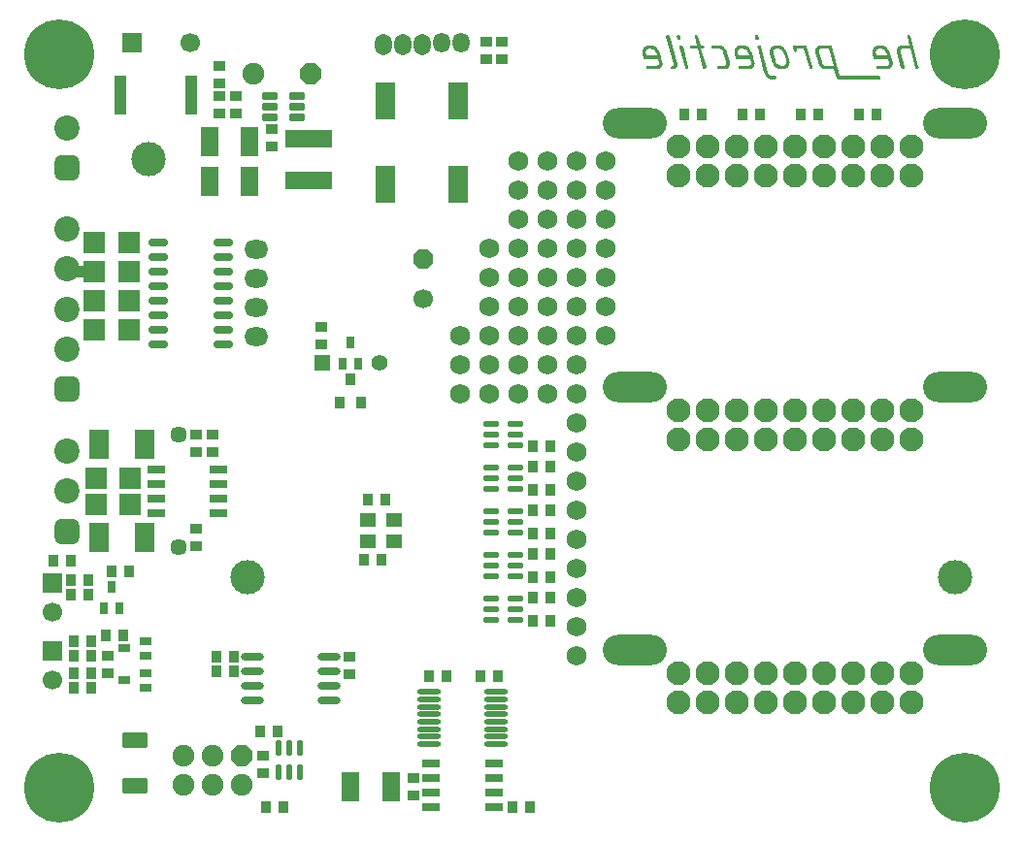
<source format=gbs>
G04*
G04 #@! TF.GenerationSoftware,Altium Limited,Altium Designer,19.1.6 (110)*
G04*
G04 Layer_Color=16711935*
%FSLAX44Y44*%
%MOMM*%
G71*
G01*
G75*
%ADD34C,3.0000*%
G04:AMPARAMS|DCode=35|XSize=0.9mm|YSize=1.1mm|CornerRadius=0.15mm|HoleSize=0mm|Usage=FLASHONLY|Rotation=270.000|XOffset=0mm|YOffset=0mm|HoleType=Round|Shape=RoundedRectangle|*
%AMROUNDEDRECTD35*
21,1,0.9000,0.8000,0,0,270.0*
21,1,0.6000,1.1000,0,0,270.0*
1,1,0.3000,-0.4000,-0.3000*
1,1,0.3000,-0.4000,0.3000*
1,1,0.3000,0.4000,0.3000*
1,1,0.3000,0.4000,-0.3000*
%
%ADD35ROUNDEDRECTD35*%
G04:AMPARAMS|DCode=37|XSize=0.9mm|YSize=1.1mm|CornerRadius=0.15mm|HoleSize=0mm|Usage=FLASHONLY|Rotation=0.000|XOffset=0mm|YOffset=0mm|HoleType=Round|Shape=RoundedRectangle|*
%AMROUNDEDRECTD37*
21,1,0.9000,0.8000,0,0,0.0*
21,1,0.6000,1.1000,0,0,0.0*
1,1,0.3000,0.3000,-0.4000*
1,1,0.3000,-0.3000,-0.4000*
1,1,0.3000,-0.3000,0.4000*
1,1,0.3000,0.3000,0.4000*
%
%ADD37ROUNDEDRECTD37*%
%ADD47R,1.5000X2.5000*%
%ADD48C,2.1000*%
%ADD49O,5.6000X2.6400*%
%ADD50C,1.7510*%
%ADD51O,2.1000X1.6240*%
%ADD52C,1.9000*%
%ADD53P,2.0566X8X202.5*%
G04:AMPARAMS|DCode=54|XSize=2.2mm|YSize=2.2mm|CornerRadius=0.575mm|HoleSize=0mm|Usage=FLASHONLY|Rotation=90.000|XOffset=0mm|YOffset=0mm|HoleType=Round|Shape=RoundedRectangle|*
%AMROUNDEDRECTD54*
21,1,2.2000,1.0500,0,0,90.0*
21,1,1.0500,2.2000,0,0,90.0*
1,1,1.1500,0.5250,0.5250*
1,1,1.1500,0.5250,-0.5250*
1,1,1.1500,-0.5250,-0.5250*
1,1,1.1500,-0.5250,0.5250*
%
%ADD54ROUNDEDRECTD54*%
%ADD55C,2.2000*%
%ADD56C,1.7000*%
%ADD57R,1.7000X1.7000*%
%ADD58R,1.4000X1.4000*%
%ADD59C,1.4000*%
%ADD60C,1.4500*%
%ADD61O,1.4970X1.8780*%
%ADD62O,1.5000X1.7510*%
%ADD63P,1.8401X8X292.5*%
%ADD64C,0.8000*%
%ADD65C,6.1000*%
%ADD69C,1.0000*%
G04:AMPARAMS|DCode=105|XSize=1.55mm|YSize=0.6mm|CornerRadius=0.051mm|HoleSize=0mm|Usage=FLASHONLY|Rotation=180.000|XOffset=0mm|YOffset=0mm|HoleType=Round|Shape=RoundedRectangle|*
%AMROUNDEDRECTD105*
21,1,1.5500,0.4980,0,0,180.0*
21,1,1.4480,0.6000,0,0,180.0*
1,1,0.1020,-0.7240,0.2490*
1,1,0.1020,0.7240,0.2490*
1,1,0.1020,0.7240,-0.2490*
1,1,0.1020,-0.7240,-0.2490*
%
%ADD105ROUNDEDRECTD105*%
%ADD114O,1.4500X0.5500*%
G04:AMPARAMS|DCode=115|XSize=0.7mm|YSize=1.55mm|CornerRadius=0.101mm|HoleSize=0mm|Usage=FLASHONLY|Rotation=270.000|XOffset=0mm|YOffset=0mm|HoleType=Round|Shape=RoundedRectangle|*
%AMROUNDEDRECTD115*
21,1,0.7000,1.3480,0,0,270.0*
21,1,0.4980,1.5500,0,0,270.0*
1,1,0.2020,-0.6740,-0.2490*
1,1,0.2020,-0.6740,0.2490*
1,1,0.2020,0.6740,0.2490*
1,1,0.2020,0.6740,-0.2490*
%
%ADD115ROUNDEDRECTD115*%
%ADD116O,2.1000X0.4500*%
%ADD117O,2.0000X0.7000*%
G04:AMPARAMS|DCode=118|XSize=1.37mm|YSize=2.2mm|CornerRadius=0.2088mm|HoleSize=0mm|Usage=FLASHONLY|Rotation=90.000|XOffset=0mm|YOffset=0mm|HoleType=Round|Shape=RoundedRectangle|*
%AMROUNDEDRECTD118*
21,1,1.3700,1.7825,0,0,90.0*
21,1,0.9525,2.2000,0,0,90.0*
1,1,0.4175,0.8913,0.4763*
1,1,0.4175,0.8913,-0.4763*
1,1,0.4175,-0.8913,-0.4763*
1,1,0.4175,-0.8913,0.4763*
%
%ADD118ROUNDEDRECTD118*%
G04:AMPARAMS|DCode=119|XSize=1.4mm|YSize=1.2mm|CornerRadius=0.105mm|HoleSize=0mm|Usage=FLASHONLY|Rotation=0.000|XOffset=0mm|YOffset=0mm|HoleType=Round|Shape=RoundedRectangle|*
%AMROUNDEDRECTD119*
21,1,1.4000,0.9900,0,0,0.0*
21,1,1.1900,1.2000,0,0,0.0*
1,1,0.2100,0.5950,-0.4950*
1,1,0.2100,-0.5950,-0.4950*
1,1,0.2100,-0.5950,0.4950*
1,1,0.2100,0.5950,0.4950*
%
%ADD119ROUNDEDRECTD119*%
%ADD120R,0.8000X1.0000*%
%ADD121O,0.5500X1.4500*%
%ADD122R,0.9000X1.0000*%
%ADD123R,1.9000X1.9400*%
%ADD124O,1.7500X0.7500*%
%ADD125R,1.0000X0.8000*%
%ADD126R,1.8000X2.6000*%
%ADD127R,4.1000X1.6000*%
G04:AMPARAMS|DCode=128|XSize=0.7mm|YSize=1.3mm|CornerRadius=0.125mm|HoleSize=0mm|Usage=FLASHONLY|Rotation=90.000|XOffset=0mm|YOffset=0mm|HoleType=Round|Shape=RoundedRectangle|*
%AMROUNDEDRECTD128*
21,1,0.7000,1.0500,0,0,90.0*
21,1,0.4500,1.3000,0,0,90.0*
1,1,0.2500,0.5250,0.2250*
1,1,0.2500,0.5250,-0.2250*
1,1,0.2500,-0.5250,-0.2250*
1,1,0.2500,-0.5250,0.2250*
%
%ADD128ROUNDEDRECTD128*%
%ADD129R,1.1000X3.4000*%
%ADD130R,1.8200X3.3000*%
G36*
X868831Y1227414D02*
X869160Y1227273D01*
X869395Y1227085D01*
X869583Y1226897D01*
X869724Y1226708D01*
X869818Y1226520D01*
X869865Y1226379D01*
Y1226332D01*
X870289Y1224875D01*
X870336Y1224593D01*
Y1224499D01*
Y1224452D01*
X870289Y1223934D01*
X870101Y1223605D01*
X869865Y1223323D01*
X869583Y1223135D01*
X869301Y1223041D01*
X869066Y1222994D01*
X868878Y1222947D01*
X868831D01*
X868455Y1222994D01*
X868126Y1223135D01*
X867891Y1223323D01*
X867703Y1223511D01*
X867562Y1223699D01*
X867468Y1223887D01*
X867421Y1224028D01*
Y1224076D01*
X866998Y1225533D01*
X866951Y1225815D01*
Y1225909D01*
Y1225956D01*
X866998Y1226473D01*
X867186Y1226850D01*
X867421Y1227085D01*
X867703Y1227273D01*
X867985Y1227367D01*
X868220Y1227461D01*
X868455D01*
X868831Y1227414D01*
D02*
G37*
G36*
X800894D02*
X801223Y1227273D01*
X801458Y1227085D01*
X801646Y1226897D01*
X801787Y1226708D01*
X801881Y1226520D01*
X801928Y1226379D01*
Y1226332D01*
X802351Y1224875D01*
X802398Y1224593D01*
Y1224499D01*
Y1224452D01*
X802351Y1223934D01*
X802163Y1223605D01*
X801928Y1223323D01*
X801646Y1223135D01*
X801364Y1223041D01*
X801129Y1222994D01*
X800941Y1222947D01*
X800894D01*
X800518Y1222994D01*
X800236Y1223135D01*
X799954Y1223323D01*
X799765Y1223511D01*
X799624Y1223699D01*
X799530Y1223887D01*
X799483Y1224028D01*
Y1224076D01*
X799060Y1225533D01*
X799013Y1225815D01*
Y1225909D01*
Y1225956D01*
X799060Y1226473D01*
X799248Y1226850D01*
X799483Y1227085D01*
X799765Y1227273D01*
X800048Y1227367D01*
X800283Y1227461D01*
X800518D01*
X800894Y1227414D01*
D02*
G37*
G36*
X1001650Y1227414D02*
X1001979Y1227273D01*
X1002214Y1227085D01*
X1002402Y1226897D01*
X1002543Y1226708D01*
X1002637Y1226520D01*
X1002684Y1226379D01*
Y1226332D01*
X1009877Y1199533D01*
X1009971Y1199204D01*
Y1199110D01*
Y1199063D01*
X1009877Y1198687D01*
X1009736Y1198358D01*
X1009595Y1198170D01*
X1009501Y1198076D01*
X1009125Y1197841D01*
X1008796Y1197700D01*
X1008514Y1197653D01*
X1008420D01*
X1008044Y1197700D01*
X1007762Y1197841D01*
X1007480Y1197982D01*
X1007291Y1198217D01*
X1007150Y1198405D01*
X1007056Y1198546D01*
X1007009Y1198687D01*
Y1198734D01*
X1002496Y1215566D01*
X995914D01*
X995538Y1215472D01*
X995209Y1215378D01*
X994927Y1215284D01*
X994503Y1214955D01*
X994174Y1214625D01*
X994033Y1214249D01*
X993939Y1213920D01*
X993892Y1213732D01*
Y1213638D01*
X993939Y1213262D01*
X993986Y1212933D01*
X994033Y1212651D01*
X994080Y1212604D01*
Y1212557D01*
X997559Y1199533D01*
X997606Y1199204D01*
Y1199110D01*
Y1199063D01*
X997559Y1198687D01*
X997371Y1198358D01*
X997230Y1198170D01*
X997183Y1198076D01*
X996807Y1197841D01*
X996478Y1197700D01*
X996196Y1197653D01*
X996102D01*
X995726Y1197700D01*
X995444Y1197841D01*
X995162Y1197982D01*
X994974Y1198217D01*
X994832Y1198405D01*
X994738Y1198546D01*
X994691Y1198687D01*
Y1198734D01*
X990977Y1212557D01*
X990883Y1212980D01*
X990789Y1213403D01*
Y1213685D01*
Y1213732D01*
Y1213779D01*
X990836Y1214484D01*
X991024Y1215143D01*
X991212Y1215707D01*
X991494Y1216177D01*
X991729Y1216600D01*
X991964Y1216882D01*
X992152Y1217070D01*
X992200Y1217117D01*
X992717Y1217588D01*
X993281Y1217917D01*
X993845Y1218199D01*
X994362Y1218340D01*
X994832Y1218434D01*
X995209Y1218528D01*
X1001697D01*
X999816Y1225533D01*
X999769Y1225815D01*
Y1225909D01*
Y1225956D01*
X999816Y1226473D01*
X1000004Y1226850D01*
X1000239Y1227085D01*
X1000521Y1227273D01*
X1000803Y1227367D01*
X1001039Y1227461D01*
X1001273D01*
X1001650Y1227414D01*
D02*
G37*
G36*
X976872Y1218434D02*
X977578Y1218387D01*
X978189Y1218246D01*
X978753Y1218105D01*
X979270Y1217964D01*
X979788Y1217822D01*
X980211Y1217682D01*
X980587Y1217493D01*
X980916Y1217352D01*
X981198Y1217211D01*
X981433Y1217070D01*
X981621Y1216929D01*
X981762Y1216882D01*
X981809Y1216788D01*
X981856D01*
X982279Y1216459D01*
X982655Y1216036D01*
X983314Y1215143D01*
X983878Y1214202D01*
X984348Y1213262D01*
X984677Y1212416D01*
X984818Y1212040D01*
X984959Y1211711D01*
X985053Y1211428D01*
X985100Y1211240D01*
X985147Y1211099D01*
Y1211052D01*
X987169Y1203577D01*
X987263Y1203154D01*
X987310Y1202778D01*
Y1202449D01*
Y1202402D01*
Y1202355D01*
X987263Y1201649D01*
X987075Y1201038D01*
X986887Y1200474D01*
X986605Y1199957D01*
X986370Y1199581D01*
X986135Y1199251D01*
X985993Y1199063D01*
X985947Y1199016D01*
X985382Y1198546D01*
X984818Y1198217D01*
X984254Y1197982D01*
X983737Y1197841D01*
X983314Y1197747D01*
X982937Y1197653D01*
X974475D01*
X974005Y1197700D01*
X973628Y1197888D01*
X973393Y1198123D01*
X973205Y1198405D01*
X973111Y1198640D01*
X973017Y1198875D01*
Y1199063D01*
Y1199110D01*
X973064Y1199628D01*
X973252Y1200004D01*
X973487Y1200239D01*
X973723Y1200427D01*
X974005Y1200521D01*
X974240Y1200615D01*
X982232D01*
X982608Y1200709D01*
X982937Y1200803D01*
X983173Y1200897D01*
X983643Y1201226D01*
X983925Y1201555D01*
X984066Y1201884D01*
X984160Y1202213D01*
X984207Y1202402D01*
Y1202495D01*
X984160Y1202872D01*
X984113Y1203248D01*
X984066Y1203483D01*
Y1203530D01*
Y1203577D01*
X983267Y1206586D01*
X970949D01*
X969726Y1211052D01*
X969632Y1211617D01*
X969538Y1212134D01*
Y1212322D01*
Y1212510D01*
Y1212604D01*
Y1212651D01*
X969632Y1213497D01*
X969679Y1213920D01*
X969773Y1214249D01*
X969867Y1214531D01*
X969914Y1214766D01*
X970008Y1214908D01*
Y1214955D01*
X970290Y1215566D01*
X970667Y1216130D01*
X971043Y1216600D01*
X971466Y1217023D01*
X971889Y1217352D01*
X972359Y1217635D01*
X972829Y1217917D01*
X973252Y1218105D01*
X974099Y1218340D01*
X974475Y1218434D01*
X974757Y1218481D01*
X975039Y1218528D01*
X975415D01*
X976872Y1218434D01*
D02*
G37*
G36*
X911380Y1218481D02*
X911709Y1218340D01*
X911944Y1218152D01*
X912132Y1217964D01*
X912273Y1217729D01*
X912367Y1217540D01*
X912414Y1217399D01*
Y1217352D01*
X917210Y1199533D01*
X917304Y1199204D01*
Y1199110D01*
Y1199063D01*
X917210Y1198687D01*
X917069Y1198358D01*
X916928Y1198170D01*
X916834Y1198076D01*
X916458Y1197841D01*
X916129Y1197700D01*
X915847Y1197653D01*
X915752D01*
X915376Y1197700D01*
X915094Y1197841D01*
X914812Y1197982D01*
X914624Y1198217D01*
X914483Y1198405D01*
X914389Y1198546D01*
X914342Y1198687D01*
Y1198734D01*
X909829Y1215566D01*
X903670D01*
X903952Y1214437D01*
X904046Y1214155D01*
Y1214061D01*
Y1214014D01*
X903952Y1213638D01*
X903811Y1213309D01*
X903670Y1213074D01*
X903576Y1212980D01*
X903199Y1212745D01*
X902823Y1212604D01*
X902588Y1212557D01*
X902494D01*
X902118Y1212604D01*
X901836Y1212745D01*
X901554Y1212933D01*
X901366Y1213121D01*
X901225Y1213309D01*
X901131Y1213497D01*
X901084Y1213638D01*
Y1213685D01*
X900285Y1216647D01*
X900237Y1216929D01*
Y1216976D01*
Y1217023D01*
X900285Y1217540D01*
X900472Y1217916D01*
X900708Y1218152D01*
X900990Y1218340D01*
X901272Y1218434D01*
X901507Y1218528D01*
X911004D01*
X911380Y1218481D01*
D02*
G37*
G36*
X887308Y1218434D02*
X888013Y1218387D01*
X888625Y1218246D01*
X889189Y1218105D01*
X889706Y1217964D01*
X890223Y1217822D01*
X890646Y1217682D01*
X891022Y1217493D01*
X891351Y1217352D01*
X891634Y1217211D01*
X891869Y1217070D01*
X892057Y1216929D01*
X892198Y1216882D01*
X892245Y1216788D01*
X892292D01*
X892715Y1216459D01*
X893091Y1216036D01*
X893749Y1215143D01*
X894314Y1214202D01*
X894784Y1213262D01*
X895113Y1212416D01*
X895254Y1212040D01*
X895395Y1211711D01*
X895489Y1211428D01*
X895536Y1211240D01*
X895583Y1211099D01*
Y1211052D01*
X897181Y1205081D01*
X897275Y1204517D01*
X897322Y1204000D01*
X897370Y1203765D01*
Y1203577D01*
Y1203483D01*
Y1203436D01*
X897275Y1202542D01*
X897087Y1201743D01*
X896852Y1201038D01*
X896523Y1200474D01*
X896194Y1199957D01*
X895959Y1199581D01*
X895771Y1199392D01*
X895677Y1199298D01*
X895019Y1198734D01*
X894314Y1198358D01*
X893608Y1198076D01*
X892950Y1197841D01*
X892386Y1197747D01*
X891916Y1197700D01*
X891728Y1197653D01*
X891493D01*
X890458Y1197700D01*
X889565Y1197747D01*
X888766Y1197888D01*
X888108Y1198029D01*
X887543Y1198123D01*
X887167Y1198264D01*
X886932Y1198311D01*
X886838Y1198358D01*
X886180Y1198687D01*
X885569Y1199063D01*
X885005Y1199533D01*
X884487Y1200051D01*
X884017Y1200568D01*
X883641Y1201132D01*
X882936Y1202307D01*
X882419Y1203342D01*
X882184Y1203812D01*
X882042Y1204235D01*
X881901Y1204611D01*
X881807Y1204846D01*
X881760Y1205034D01*
Y1205081D01*
X880162Y1211052D01*
X880068Y1211617D01*
X879974Y1212181D01*
Y1212369D01*
Y1212557D01*
Y1212651D01*
Y1212698D01*
X880068Y1213544D01*
X880115Y1213920D01*
X880209Y1214249D01*
X880303Y1214531D01*
X880350Y1214766D01*
X880444Y1214908D01*
Y1214955D01*
X880726Y1215566D01*
X881102Y1216130D01*
X881478Y1216600D01*
X881901Y1217023D01*
X882325Y1217352D01*
X882795Y1217634D01*
X883265Y1217916D01*
X883688Y1218105D01*
X884534Y1218340D01*
X884910Y1218434D01*
X885192Y1218481D01*
X885475Y1218528D01*
X885851D01*
X887308Y1218434D01*
D02*
G37*
G36*
X856419D02*
X857124Y1218387D01*
X857736Y1218246D01*
X858300Y1218105D01*
X858817Y1217964D01*
X859334Y1217822D01*
X859757Y1217682D01*
X860133Y1217493D01*
X860462Y1217352D01*
X860744Y1217211D01*
X860980Y1217070D01*
X861168Y1216929D01*
X861309Y1216882D01*
X861356Y1216788D01*
X861403D01*
X861826Y1216459D01*
X862202Y1216036D01*
X862860Y1215143D01*
X863424Y1214202D01*
X863895Y1213262D01*
X864224Y1212416D01*
X864365Y1212040D01*
X864506Y1211711D01*
X864600Y1211428D01*
X864647Y1211240D01*
X864694Y1211099D01*
Y1211052D01*
X866715Y1203577D01*
X866809Y1203154D01*
X866857Y1202778D01*
Y1202449D01*
Y1202402D01*
Y1202354D01*
X866809Y1201649D01*
X866621Y1201038D01*
X866433Y1200474D01*
X866151Y1199957D01*
X865916Y1199581D01*
X865681Y1199251D01*
X865540Y1199063D01*
X865493Y1199016D01*
X864929Y1198546D01*
X864365Y1198217D01*
X863801Y1197982D01*
X863283Y1197841D01*
X862860Y1197747D01*
X862484Y1197653D01*
X854021D01*
X853551Y1197700D01*
X853175Y1197888D01*
X852940Y1198123D01*
X852752Y1198405D01*
X852658Y1198640D01*
X852564Y1198875D01*
Y1199063D01*
Y1199110D01*
X852611Y1199628D01*
X852799Y1200004D01*
X853034Y1200239D01*
X853269Y1200427D01*
X853551Y1200521D01*
X853786Y1200615D01*
X861779D01*
X862155Y1200709D01*
X862484Y1200803D01*
X862719Y1200897D01*
X863189Y1201226D01*
X863471Y1201555D01*
X863612Y1201884D01*
X863707Y1202213D01*
X863754Y1202402D01*
Y1202495D01*
X863707Y1202872D01*
X863660Y1203248D01*
X863612Y1203483D01*
Y1203530D01*
Y1203577D01*
X862813Y1206586D01*
X850495D01*
X849273Y1211052D01*
X849179Y1211617D01*
X849085Y1212134D01*
Y1212322D01*
Y1212510D01*
Y1212604D01*
Y1212651D01*
X849179Y1213497D01*
X849226Y1213920D01*
X849320Y1214249D01*
X849414Y1214531D01*
X849461Y1214766D01*
X849555Y1214908D01*
Y1214955D01*
X849837Y1215566D01*
X850213Y1216130D01*
X850589Y1216600D01*
X851012Y1217023D01*
X851435Y1217352D01*
X851906Y1217634D01*
X852376Y1217916D01*
X852799Y1218105D01*
X853645Y1218340D01*
X854021Y1218434D01*
X854303Y1218481D01*
X854585Y1218528D01*
X854962D01*
X856419Y1218434D01*
D02*
G37*
G36*
X835732Y1218481D02*
X836438Y1218434D01*
X837096Y1218340D01*
X837613Y1218246D01*
X838036Y1218105D01*
X838365Y1218011D01*
X838600Y1217964D01*
X838647Y1217916D01*
X839164Y1217682D01*
X839635Y1217352D01*
X840105Y1216976D01*
X840528Y1216600D01*
X841186Y1215707D01*
X841750Y1214814D01*
X842173Y1213967D01*
X842362Y1213544D01*
X842456Y1213215D01*
X842550Y1212933D01*
X842644Y1212745D01*
X842691Y1212604D01*
Y1212557D01*
X845088Y1203577D01*
X845182Y1203154D01*
X845229Y1202778D01*
Y1202449D01*
Y1202402D01*
Y1202354D01*
X845182Y1201649D01*
X844994Y1201038D01*
X844806Y1200474D01*
X844524Y1199957D01*
X844289Y1199581D01*
X844054Y1199251D01*
X843913Y1199063D01*
X843866Y1199016D01*
X843302Y1198546D01*
X842738Y1198217D01*
X842173Y1197982D01*
X841656Y1197841D01*
X841233Y1197747D01*
X840857Y1197653D01*
X835497D01*
X834980Y1197700D01*
X834604Y1197888D01*
X834369Y1198123D01*
X834181Y1198405D01*
X834087Y1198640D01*
X833993Y1198875D01*
Y1199063D01*
Y1199110D01*
X834040Y1199628D01*
X834228Y1200004D01*
X834463Y1200239D01*
X834745Y1200427D01*
X835027Y1200521D01*
X835262Y1200615D01*
X839729D01*
X840152Y1200662D01*
X840528Y1200709D01*
X840857Y1200803D01*
X841139Y1200944D01*
X841562Y1201273D01*
X841844Y1201649D01*
X842032Y1201978D01*
X842126Y1202307D01*
X842173Y1202542D01*
Y1202636D01*
X842126Y1202919D01*
X842079Y1203201D01*
X842032Y1203483D01*
X841985Y1203530D01*
Y1203577D01*
X839588Y1212557D01*
X839399Y1213074D01*
X839212Y1213544D01*
X838929Y1213967D01*
X838647Y1214296D01*
X838365Y1214578D01*
X838036Y1214814D01*
X837331Y1215190D01*
X836720Y1215425D01*
X836202Y1215519D01*
X835967Y1215566D01*
X830655D01*
X830184Y1215613D01*
X829808Y1215801D01*
X829573Y1216036D01*
X829385Y1216318D01*
X829291Y1216553D01*
X829197Y1216788D01*
Y1216976D01*
Y1217023D01*
X829244Y1217540D01*
X829432Y1217916D01*
X829667Y1218152D01*
X829902Y1218340D01*
X830184Y1218434D01*
X830420Y1218528D01*
X834933D01*
X835732Y1218481D01*
D02*
G37*
G36*
X816315Y1227414D02*
X816644Y1227273D01*
X816879Y1227085D01*
X817067Y1226897D01*
X817208Y1226708D01*
X817302Y1226520D01*
X817396Y1226379D01*
Y1226332D01*
X819465Y1218528D01*
X821440D01*
X821910Y1218481D01*
X822286Y1218293D01*
X822521Y1218058D01*
X822709Y1217775D01*
X822803Y1217493D01*
X822850Y1217258D01*
X822897Y1217070D01*
Y1217023D01*
X822850Y1216553D01*
X822662Y1216177D01*
X822427Y1215942D01*
X822145Y1215754D01*
X821910Y1215660D01*
X821675Y1215613D01*
X821487Y1215566D01*
X820264D01*
X824543Y1199533D01*
X824637Y1199204D01*
Y1199110D01*
Y1199063D01*
X824543Y1198687D01*
X824402Y1198358D01*
X824261Y1198170D01*
X824166Y1198076D01*
X823790Y1197841D01*
X823461Y1197700D01*
X823226Y1197653D01*
X823132D01*
X822756Y1197700D01*
X822427Y1197841D01*
X822192Y1197982D01*
X821957Y1198217D01*
X821816Y1198405D01*
X821722Y1198546D01*
X821675Y1198687D01*
Y1198734D01*
X817208Y1215566D01*
X812178D01*
X811660Y1215613D01*
X811284Y1215801D01*
X811049Y1216036D01*
X810861Y1216318D01*
X810767Y1216553D01*
X810673Y1216788D01*
Y1216976D01*
Y1217023D01*
X810720Y1217540D01*
X810908Y1217916D01*
X811143Y1218152D01*
X811425Y1218340D01*
X811707Y1218434D01*
X811943Y1218528D01*
X816409D01*
X814528Y1225533D01*
X814481Y1225815D01*
Y1225909D01*
Y1225956D01*
X814528Y1226473D01*
X814716Y1226850D01*
X814951Y1227085D01*
X815187Y1227273D01*
X815469Y1227367D01*
X815704Y1227461D01*
X815939D01*
X816315Y1227414D01*
D02*
G37*
G36*
X803339Y1218434D02*
X803668Y1218293D01*
X803903Y1218152D01*
X804091Y1217964D01*
X804232Y1217729D01*
X804326Y1217587D01*
X804373Y1217446D01*
Y1217399D01*
X809169Y1199533D01*
X809216Y1199204D01*
Y1199110D01*
Y1199063D01*
X809122Y1198687D01*
X808981Y1198358D01*
X808839Y1198170D01*
X808745Y1198076D01*
X808369Y1197841D01*
X808040Y1197700D01*
X807805Y1197653D01*
X807711D01*
X807288Y1197700D01*
X807006Y1197841D01*
X806724Y1197982D01*
X806536Y1198217D01*
X806395Y1198405D01*
X806301Y1198546D01*
X806254Y1198687D01*
Y1198734D01*
X801458Y1216600D01*
X801411Y1216741D01*
Y1216882D01*
Y1216976D01*
Y1217023D01*
X801505Y1217446D01*
X801646Y1217775D01*
X801787Y1217964D01*
X801881Y1218058D01*
X802257Y1218293D01*
X802587Y1218434D01*
X802868Y1218481D01*
X802963D01*
X803339Y1218434D01*
D02*
G37*
G36*
X791632Y1227414D02*
X791961Y1227273D01*
X792196Y1227085D01*
X792384Y1226897D01*
X792525Y1226708D01*
X792619Y1226520D01*
X792666Y1226379D01*
Y1226332D01*
X799201Y1202119D01*
X799295Y1201790D01*
X799342Y1201461D01*
Y1201273D01*
Y1201179D01*
X799295Y1200662D01*
X799154Y1200145D01*
X798966Y1199722D01*
X798731Y1199345D01*
X798543Y1199063D01*
X798355Y1198828D01*
X798214Y1198687D01*
X798167Y1198640D01*
X797697Y1198311D01*
X797227Y1198076D01*
X796757Y1197888D01*
X796286Y1197794D01*
X795910Y1197700D01*
X795628Y1197653D01*
X795346D01*
X794829Y1197700D01*
X794453Y1197888D01*
X794218Y1198123D01*
X794030Y1198405D01*
X793936Y1198640D01*
X793842Y1198875D01*
Y1199063D01*
Y1199110D01*
X793889Y1199628D01*
X794077Y1200004D01*
X794312Y1200239D01*
X794594Y1200427D01*
X794876Y1200521D01*
X795111Y1200615D01*
X795346D01*
X795628Y1200662D01*
X795816Y1200756D01*
X796004Y1200850D01*
X796098Y1201038D01*
X796192Y1201273D01*
Y1201367D01*
Y1201414D01*
Y1201649D01*
X796145Y1201884D01*
X796098Y1202072D01*
Y1202119D01*
X789798Y1225533D01*
X789751Y1225815D01*
Y1225909D01*
Y1225956D01*
X789798Y1226473D01*
X789986Y1226849D01*
X790221Y1227085D01*
X790503Y1227273D01*
X790786Y1227367D01*
X791021Y1227461D01*
X791256D01*
X791632Y1227414D01*
D02*
G37*
G36*
X776117Y1218434D02*
X776822Y1218387D01*
X777433Y1218246D01*
X777997Y1218105D01*
X778515Y1217963D01*
X779032Y1217822D01*
X779455Y1217681D01*
X779831Y1217493D01*
X780160Y1217352D01*
X780442Y1217211D01*
X780677Y1217070D01*
X780865Y1216929D01*
X781006Y1216882D01*
X781053Y1216788D01*
X781100D01*
X781524Y1216459D01*
X781900Y1216036D01*
X782558Y1215143D01*
X783122Y1214202D01*
X783592Y1213262D01*
X783921Y1212416D01*
X784062Y1212040D01*
X784203Y1211711D01*
X784297Y1211428D01*
X784344Y1211240D01*
X784391Y1211099D01*
Y1211052D01*
X786413Y1203577D01*
X786507Y1203154D01*
X786554Y1202778D01*
Y1202448D01*
Y1202401D01*
Y1202354D01*
X786507Y1201649D01*
X786319Y1201038D01*
X786131Y1200474D01*
X785849Y1199957D01*
X785614Y1199581D01*
X785379Y1199251D01*
X785238Y1199063D01*
X785191Y1199016D01*
X784627Y1198546D01*
X784062Y1198217D01*
X783498Y1197982D01*
X782981Y1197841D01*
X782558Y1197747D01*
X782182Y1197653D01*
X773719D01*
X773249Y1197700D01*
X772873Y1197888D01*
X772638Y1198123D01*
X772450Y1198405D01*
X772356Y1198640D01*
X772262Y1198875D01*
Y1199063D01*
Y1199110D01*
X772309Y1199628D01*
X772497Y1200004D01*
X772732Y1200239D01*
X772967Y1200427D01*
X773249Y1200521D01*
X773484Y1200615D01*
X781477D01*
X781853Y1200709D01*
X782182Y1200803D01*
X782417Y1200897D01*
X782887Y1201226D01*
X783169Y1201555D01*
X783310Y1201884D01*
X783404Y1202213D01*
X783451Y1202401D01*
Y1202495D01*
X783404Y1202872D01*
X783357Y1203248D01*
X783310Y1203483D01*
Y1203530D01*
Y1203577D01*
X782511Y1206586D01*
X770193D01*
X768970Y1211052D01*
X768876Y1211616D01*
X768782Y1212134D01*
Y1212322D01*
Y1212510D01*
Y1212604D01*
Y1212651D01*
X768876Y1213497D01*
X768923Y1213920D01*
X769017Y1214249D01*
X769111Y1214531D01*
X769158Y1214766D01*
X769252Y1214908D01*
Y1214955D01*
X769535Y1215566D01*
X769911Y1216130D01*
X770287Y1216600D01*
X770710Y1217023D01*
X771133Y1217352D01*
X771603Y1217634D01*
X772074Y1217916D01*
X772497Y1218105D01*
X773343Y1218340D01*
X773719Y1218434D01*
X774001Y1218481D01*
X774283Y1218528D01*
X774659D01*
X776117Y1218434D01*
D02*
G37*
G36*
X933007Y1218481D02*
X933336Y1218340D01*
X933571Y1218152D01*
X933759Y1217964D01*
X933901Y1217729D01*
X933995Y1217540D01*
X934042Y1217399D01*
Y1217352D01*
X940974Y1191615D01*
X941141Y1191682D01*
X975274D01*
X975791Y1191635D01*
X976120Y1191447D01*
X976402Y1191212D01*
X976590Y1190977D01*
X976684Y1190695D01*
X976731Y1190460D01*
X976778Y1190272D01*
Y1190225D01*
X976731Y1189707D01*
X976543Y1189378D01*
X976308Y1189096D01*
X976026Y1188908D01*
X975744Y1188814D01*
X975509Y1188767D01*
X975321Y1188720D01*
X941376D01*
X940859Y1188767D01*
X940520Y1188936D01*
X940483Y1188908D01*
X940154Y1188767D01*
X939871Y1188720D01*
X939777D01*
X939401Y1188767D01*
X939072Y1188908D01*
X938837Y1189096D01*
X938649Y1189284D01*
X938508Y1189472D01*
X938414Y1189660D01*
X938367Y1189801D01*
Y1189848D01*
X936251Y1197653D01*
X930092D01*
X929293Y1197700D01*
X928588Y1197747D01*
X927930Y1197841D01*
X927412Y1197935D01*
X926989Y1198029D01*
X926660Y1198123D01*
X926425Y1198217D01*
X926378D01*
X925861Y1198452D01*
X925344Y1198781D01*
X924921Y1199157D01*
X924497Y1199533D01*
X923839Y1200427D01*
X923275Y1201320D01*
X922852Y1202213D01*
X922664Y1202589D01*
X922570Y1202919D01*
X922476Y1203201D01*
X922382Y1203389D01*
X922335Y1203530D01*
Y1203577D01*
X919937Y1212557D01*
X919843Y1212980D01*
X919749Y1213403D01*
Y1213685D01*
Y1213732D01*
Y1213779D01*
X919796Y1214484D01*
X919984Y1215096D01*
X920172Y1215707D01*
X920454Y1216177D01*
X920689Y1216553D01*
X920924Y1216882D01*
X921112Y1217070D01*
X921159Y1217117D01*
X921676Y1217587D01*
X922241Y1217916D01*
X922805Y1218199D01*
X923322Y1218340D01*
X923792Y1218434D01*
X924168Y1218528D01*
X932631D01*
X933007Y1218481D01*
D02*
G37*
G36*
X871229Y1218434D02*
X871558Y1218293D01*
X871793Y1218105D01*
X871981Y1217916D01*
X872122Y1217729D01*
X872216Y1217540D01*
X872263Y1217399D01*
Y1217352D01*
X878375Y1194691D01*
X878563Y1194174D01*
X878751Y1193704D01*
X879034Y1193280D01*
X879316Y1192951D01*
X879645Y1192669D01*
X879927Y1192434D01*
X880585Y1192058D01*
X881243Y1191823D01*
X881760Y1191729D01*
X881948Y1191682D01*
X884158D01*
X884675Y1191635D01*
X885005Y1191447D01*
X885286Y1191212D01*
X885475Y1190977D01*
X885569Y1190695D01*
X885616Y1190460D01*
X885663Y1190272D01*
Y1190225D01*
X885616Y1189707D01*
X885428Y1189378D01*
X885192Y1189096D01*
X884910Y1188908D01*
X884628Y1188814D01*
X884393Y1188767D01*
X884205Y1188720D01*
X883030D01*
X882231Y1188767D01*
X881478Y1188814D01*
X880867Y1188908D01*
X880303Y1189049D01*
X879880Y1189143D01*
X879598Y1189237D01*
X879363Y1189284D01*
X879316Y1189331D01*
X878798Y1189566D01*
X878281Y1189895D01*
X877858Y1190272D01*
X877435Y1190648D01*
X876777Y1191541D01*
X876213Y1192434D01*
X875789Y1193327D01*
X875601Y1193704D01*
X875507Y1194033D01*
X875413Y1194315D01*
X875319Y1194503D01*
X875272Y1194644D01*
Y1194691D01*
X869395Y1216600D01*
X869348Y1216741D01*
Y1216882D01*
Y1216976D01*
Y1217023D01*
X869395Y1217493D01*
X869583Y1217869D01*
X869818Y1218105D01*
X870101Y1218293D01*
X870383Y1218387D01*
X870618Y1218481D01*
X870853D01*
X871229Y1218434D01*
D02*
G37*
%LPC*%
G36*
X976449Y1215566D02*
X976261D01*
X975603Y1215519D01*
X975039Y1215425D01*
X974569Y1215284D01*
X974146Y1215143D01*
X973770Y1214908D01*
X973487Y1214672D01*
X973252Y1214390D01*
X973064Y1214155D01*
X972782Y1213591D01*
X972641Y1213168D01*
X972594Y1212980D01*
Y1212839D01*
Y1212745D01*
Y1212698D01*
X972641Y1212134D01*
X972688Y1211617D01*
X972735Y1211381D01*
X972782Y1211193D01*
X972829Y1211099D01*
Y1211052D01*
X973205Y1209548D01*
X982467D01*
X982091Y1211052D01*
X981809Y1211852D01*
X981480Y1212557D01*
X981104Y1213168D01*
X980681Y1213685D01*
X980211Y1214108D01*
X979694Y1214484D01*
X979223Y1214766D01*
X978706Y1215002D01*
X978236Y1215190D01*
X977766Y1215331D01*
X977343Y1215425D01*
X977014Y1215519D01*
X976684D01*
X976449Y1215566D01*
D02*
G37*
G36*
X886885Y1215566D02*
X886697D01*
X886039Y1215519D01*
X885475Y1215425D01*
X885005Y1215284D01*
X884581Y1215143D01*
X884205Y1214908D01*
X883923Y1214672D01*
X883688Y1214437D01*
X883500Y1214155D01*
X883218Y1213638D01*
X883077Y1213168D01*
X883030Y1213027D01*
Y1212886D01*
Y1212792D01*
Y1212745D01*
X883077Y1212181D01*
X883124Y1211617D01*
X883171Y1211381D01*
X883218Y1211193D01*
X883265Y1211099D01*
Y1211052D01*
X884863Y1205081D01*
X885098Y1204282D01*
X885428Y1203624D01*
X885851Y1203013D01*
X886274Y1202495D01*
X886744Y1202072D01*
X887214Y1201696D01*
X887731Y1201414D01*
X888202Y1201179D01*
X888719Y1200991D01*
X889142Y1200850D01*
X889565Y1200756D01*
X889941Y1200709D01*
X890270Y1200662D01*
X890505Y1200615D01*
X890693D01*
X891351Y1200662D01*
X891916Y1200756D01*
X892386Y1200850D01*
X892809Y1201038D01*
X893185Y1201273D01*
X893467Y1201508D01*
X893702Y1201743D01*
X893890Y1202025D01*
X894173Y1202495D01*
X894314Y1202966D01*
Y1203154D01*
X894361Y1203248D01*
Y1203342D01*
Y1203389D01*
X894314Y1203953D01*
X894220Y1204517D01*
Y1204752D01*
X894173Y1204940D01*
X894125Y1205034D01*
Y1205081D01*
X892527Y1211052D01*
X892245Y1211852D01*
X891916Y1212557D01*
X891540Y1213168D01*
X891116Y1213685D01*
X890646Y1214108D01*
X890129Y1214484D01*
X889659Y1214766D01*
X889142Y1215002D01*
X888672Y1215190D01*
X888202Y1215331D01*
X887778Y1215425D01*
X887449Y1215519D01*
X887120D01*
X886885Y1215566D01*
D02*
G37*
G36*
X855996D02*
X855808D01*
X855150Y1215519D01*
X854585Y1215425D01*
X854115Y1215284D01*
X853692Y1215143D01*
X853316Y1214908D01*
X853034Y1214672D01*
X852799Y1214390D01*
X852611Y1214155D01*
X852329Y1213591D01*
X852188Y1213168D01*
X852141Y1212980D01*
Y1212839D01*
Y1212745D01*
Y1212698D01*
X852188Y1212134D01*
X852235Y1211617D01*
X852282Y1211381D01*
X852329Y1211193D01*
X852376Y1211099D01*
Y1211052D01*
X852752Y1209548D01*
X862014D01*
X861638Y1211052D01*
X861356Y1211852D01*
X861027Y1212557D01*
X860650Y1213168D01*
X860227Y1213685D01*
X859757Y1214108D01*
X859240Y1214484D01*
X858770Y1214766D01*
X858253Y1215002D01*
X857783Y1215190D01*
X857312Y1215331D01*
X856889Y1215425D01*
X856560Y1215519D01*
X856231D01*
X855996Y1215566D01*
D02*
G37*
G36*
X775694Y1215566D02*
X775506D01*
X774847Y1215519D01*
X774283Y1215425D01*
X773813Y1215284D01*
X773390Y1215143D01*
X773014Y1214908D01*
X772732Y1214672D01*
X772497Y1214390D01*
X772309Y1214155D01*
X772026Y1213591D01*
X771885Y1213168D01*
X771838Y1212980D01*
Y1212839D01*
Y1212745D01*
Y1212698D01*
X771885Y1212134D01*
X771932Y1211616D01*
X771979Y1211381D01*
X772026Y1211193D01*
X772074Y1211099D01*
Y1211052D01*
X772450Y1209548D01*
X781712D01*
X781336Y1211052D01*
X781053Y1211852D01*
X780724Y1212557D01*
X780348Y1213168D01*
X779925Y1213685D01*
X779455Y1214108D01*
X778938Y1214484D01*
X778468Y1214766D01*
X777950Y1215002D01*
X777480Y1215190D01*
X777010Y1215331D01*
X776587Y1215425D01*
X776258Y1215519D01*
X775929D01*
X775694Y1215566D01*
D02*
G37*
G36*
X931456Y1215566D02*
X924874D01*
X924497Y1215472D01*
X924168Y1215378D01*
X923886Y1215284D01*
X923463Y1214955D01*
X923134Y1214625D01*
X922993Y1214249D01*
X922899Y1213920D01*
X922852Y1213732D01*
Y1213638D01*
X922899Y1213262D01*
X922946Y1212886D01*
X922993Y1212651D01*
X923040Y1212604D01*
Y1212557D01*
X925391Y1203577D01*
X925579Y1203060D01*
X925767Y1202589D01*
X926049Y1202213D01*
X926331Y1201884D01*
X926660Y1201602D01*
X926989Y1201320D01*
X927647Y1200991D01*
X928259Y1200756D01*
X928776Y1200662D01*
X929011Y1200615D01*
X935499D01*
X931456Y1215566D01*
D02*
G37*
%LPD*%
D34*
X1041400Y754380D02*
D03*
X337820Y1118870D02*
D03*
X424180Y754380D02*
D03*
D35*
X568960Y564000D02*
D03*
Y579000D02*
D03*
X513080Y684410D02*
D03*
Y669410D02*
D03*
X488950Y972700D02*
D03*
Y957700D02*
D03*
X302260Y685680D02*
D03*
Y670680D02*
D03*
X438150Y583050D02*
D03*
Y598050D02*
D03*
X393700Y878720D02*
D03*
Y863720D02*
D03*
X379730Y781170D02*
D03*
Y796170D02*
D03*
Y878720D02*
D03*
Y863720D02*
D03*
X400050Y1200030D02*
D03*
Y1185030D02*
D03*
Y1174090D02*
D03*
Y1159090D02*
D03*
X414020Y1174090D02*
D03*
Y1159090D02*
D03*
X445770Y1145420D02*
D03*
Y1130420D02*
D03*
X632460Y1206620D02*
D03*
Y1221620D02*
D03*
X646430Y1206620D02*
D03*
Y1221620D02*
D03*
D37*
X688220Y792480D02*
D03*
X673220D02*
D03*
X688220Y736600D02*
D03*
X673220D02*
D03*
X688220Y716280D02*
D03*
X673220D02*
D03*
X688220Y812800D02*
D03*
X673220D02*
D03*
X688220Y868680D02*
D03*
X673220D02*
D03*
X688220Y754380D02*
D03*
X673220D02*
D03*
X688220Y774700D02*
D03*
X673220D02*
D03*
X688220Y850900D02*
D03*
X673220D02*
D03*
X688220Y830580D02*
D03*
X673220D02*
D03*
X820300Y1158240D02*
D03*
X805300D02*
D03*
X871100D02*
D03*
X856100D02*
D03*
X972700D02*
D03*
X957700D02*
D03*
X921900D02*
D03*
X906900D02*
D03*
X598050Y668020D02*
D03*
X583050D02*
D03*
X627500D02*
D03*
X642500D02*
D03*
X670440Y553720D02*
D03*
X655440D02*
D03*
X412630Y684530D02*
D03*
X397630D02*
D03*
Y671830D02*
D03*
X412630D02*
D03*
X544710Y821690D02*
D03*
X529710D02*
D03*
X525900Y769620D02*
D03*
X540900D02*
D03*
X270630Y739140D02*
D03*
X285630D02*
D03*
X306190Y759460D02*
D03*
X321190D02*
D03*
X270630Y751840D02*
D03*
X285630D02*
D03*
X270390Y768350D02*
D03*
X255390D02*
D03*
X316110Y703580D02*
D03*
X301110D02*
D03*
X273170Y657860D02*
D03*
X288170D02*
D03*
Y670560D02*
D03*
X273170D02*
D03*
X288170Y685800D02*
D03*
X273170D02*
D03*
X273170Y698500D02*
D03*
X288170D02*
D03*
X450730Y619760D02*
D03*
X435730D02*
D03*
X455810Y553720D02*
D03*
X440810D02*
D03*
D47*
X549630Y571500D02*
D03*
X514630D02*
D03*
X426440Y1099820D02*
D03*
X391440D02*
D03*
X426440Y1134110D02*
D03*
X391440D02*
D03*
D48*
X800000Y1130000D02*
D03*
Y1104600D02*
D03*
X825400Y1130000D02*
D03*
Y1104600D02*
D03*
X850800Y1130000D02*
D03*
Y1104600D02*
D03*
X876200Y1130000D02*
D03*
Y1104600D02*
D03*
X901600Y1130000D02*
D03*
Y1104600D02*
D03*
X927000Y1130000D02*
D03*
Y1104600D02*
D03*
X952400Y1130000D02*
D03*
Y1104600D02*
D03*
X977800Y1130000D02*
D03*
Y1104600D02*
D03*
X1003200Y1130000D02*
D03*
Y1104600D02*
D03*
X800000Y900000D02*
D03*
Y874600D02*
D03*
X825400Y900000D02*
D03*
Y874600D02*
D03*
X850800Y900000D02*
D03*
Y874600D02*
D03*
X876200Y900000D02*
D03*
Y874600D02*
D03*
X901600Y900000D02*
D03*
Y874600D02*
D03*
X927000Y900000D02*
D03*
Y874600D02*
D03*
X952400Y900000D02*
D03*
Y874600D02*
D03*
X977800Y900000D02*
D03*
Y874600D02*
D03*
X1003200Y900000D02*
D03*
Y874600D02*
D03*
X800000Y670000D02*
D03*
Y644600D02*
D03*
X825400Y670000D02*
D03*
Y644600D02*
D03*
X850800Y670000D02*
D03*
Y644600D02*
D03*
X876200Y670000D02*
D03*
Y644600D02*
D03*
X901600Y670000D02*
D03*
Y644600D02*
D03*
X927000Y670000D02*
D03*
Y644600D02*
D03*
X952400Y670000D02*
D03*
Y644600D02*
D03*
X977800Y670000D02*
D03*
Y644600D02*
D03*
X1003200Y670000D02*
D03*
Y644600D02*
D03*
D49*
X761900Y1150550D02*
D03*
X1041300D02*
D03*
X761900Y920550D02*
D03*
X1041300D02*
D03*
X761900Y690550D02*
D03*
X1041300D02*
D03*
D50*
X711200Y685800D02*
D03*
Y711200D02*
D03*
Y736600D02*
D03*
Y762000D02*
D03*
Y787400D02*
D03*
Y812800D02*
D03*
Y838200D02*
D03*
Y863600D02*
D03*
Y889000D02*
D03*
X736600Y1117600D02*
D03*
X711200D02*
D03*
X685800D02*
D03*
X660400D02*
D03*
Y1092200D02*
D03*
X685800D02*
D03*
X711200D02*
D03*
X736600D02*
D03*
Y965200D02*
D03*
Y990600D02*
D03*
Y1016000D02*
D03*
Y1041400D02*
D03*
Y1066800D02*
D03*
X711200Y914400D02*
D03*
X685800D02*
D03*
X660400D02*
D03*
X635000D02*
D03*
X609600D02*
D03*
Y965200D02*
D03*
Y939800D02*
D03*
X635000D02*
D03*
Y965200D02*
D03*
Y990600D02*
D03*
Y1041400D02*
D03*
Y1016000D02*
D03*
X711200Y939800D02*
D03*
X685800D02*
D03*
X660400D02*
D03*
X685800Y965200D02*
D03*
X660400D02*
D03*
Y990600D02*
D03*
X685800D02*
D03*
Y1016000D02*
D03*
X660400D02*
D03*
X711200Y1066800D02*
D03*
X685800D02*
D03*
X660400D02*
D03*
Y1041400D02*
D03*
X685800D02*
D03*
X711200D02*
D03*
Y1016000D02*
D03*
Y990600D02*
D03*
Y965200D02*
D03*
D51*
X431800Y963930D02*
D03*
Y989330D02*
D03*
Y1014730D02*
D03*
Y1040130D02*
D03*
D52*
X368300Y598170D02*
D03*
X393700D02*
D03*
Y572770D02*
D03*
X368300D02*
D03*
X419100D02*
D03*
X429660Y1193800D02*
D03*
D53*
X419100Y598170D02*
D03*
X479660Y1193800D02*
D03*
D54*
X267080Y794310D02*
D03*
Y918060D02*
D03*
Y1111530D02*
D03*
D55*
Y829310D02*
D03*
Y864310D02*
D03*
Y1058060D02*
D03*
Y1023060D02*
D03*
Y953060D02*
D03*
Y988060D02*
D03*
Y1146530D02*
D03*
D56*
X254000Y723900D02*
D03*
Y664210D02*
D03*
X374650Y1220470D02*
D03*
X577850Y997230D02*
D03*
D57*
X254000Y749300D02*
D03*
Y689610D02*
D03*
X323850Y1220470D02*
D03*
D58*
X489350Y941070D02*
D03*
D59*
X539350D02*
D03*
D60*
X364490Y780310D02*
D03*
Y878310D02*
D03*
D61*
X542580Y1219200D02*
D03*
X559580D02*
D03*
X576580D02*
D03*
D62*
X593580Y1220470D02*
D03*
X610580D02*
D03*
D63*
X577850Y1032230D02*
D03*
D64*
X241350Y559230D02*
D03*
X249350Y551230D02*
D03*
X279350Y559230D02*
D03*
X271350Y551230D02*
D03*
X279350Y581230D02*
D03*
X271350Y589230D02*
D03*
X249350D02*
D03*
X241350Y581230D02*
D03*
X260350Y547730D02*
D03*
X282850Y570230D02*
D03*
X260350Y592730D02*
D03*
X237850Y570230D02*
D03*
X1039480Y1191310D02*
D03*
X1031480Y559230D02*
D03*
X1039480Y551230D02*
D03*
X1069480Y559230D02*
D03*
X1061480Y551230D02*
D03*
X1069480Y581230D02*
D03*
X1061480Y589230D02*
D03*
X1039480D02*
D03*
X1031480Y581230D02*
D03*
X1050480Y547730D02*
D03*
X1072980Y570230D02*
D03*
X1050480Y592730D02*
D03*
X1027980Y570230D02*
D03*
Y1210310D02*
D03*
X1050480Y1232810D02*
D03*
X1072980Y1210310D02*
D03*
X1050480Y1187810D02*
D03*
X1031480Y1221310D02*
D03*
X1039480Y1229310D02*
D03*
X1061480D02*
D03*
X1069480Y1221310D02*
D03*
X1061480Y1191310D02*
D03*
X1069480Y1199310D02*
D03*
X1031480D02*
D03*
X237850Y1210310D02*
D03*
X260350Y1232810D02*
D03*
X282850Y1210310D02*
D03*
X260350Y1187810D02*
D03*
X241350Y1221310D02*
D03*
X249350Y1229310D02*
D03*
X271350D02*
D03*
X279350Y1221310D02*
D03*
X271350Y1191310D02*
D03*
X279350Y1199310D02*
D03*
X249350Y1191310D02*
D03*
X241350Y1199310D02*
D03*
D65*
X260350Y570230D02*
D03*
X1050480D02*
D03*
Y1210310D02*
D03*
X260350D02*
D03*
D69*
X269060Y1021080D02*
X291070D01*
D105*
X345110Y848360D02*
D03*
Y835660D02*
D03*
Y822960D02*
D03*
Y810260D02*
D03*
X399110D02*
D03*
Y822960D02*
D03*
Y835660D02*
D03*
Y848360D02*
D03*
D114*
X636950Y869340D02*
D03*
Y878840D02*
D03*
Y888340D02*
D03*
X658450Y869340D02*
D03*
Y878840D02*
D03*
Y888340D02*
D03*
X636950Y793140D02*
D03*
Y802640D02*
D03*
Y812140D02*
D03*
X658450Y793140D02*
D03*
Y802640D02*
D03*
Y812140D02*
D03*
X636950Y831240D02*
D03*
Y840740D02*
D03*
Y850240D02*
D03*
X658450Y831240D02*
D03*
Y840740D02*
D03*
Y850240D02*
D03*
X636950Y716940D02*
D03*
Y726440D02*
D03*
Y735940D02*
D03*
X658450Y716940D02*
D03*
Y726440D02*
D03*
Y735940D02*
D03*
X636950Y755040D02*
D03*
Y764540D02*
D03*
Y774040D02*
D03*
X658450Y755040D02*
D03*
Y764540D02*
D03*
Y774040D02*
D03*
D115*
X639390Y566420D02*
D03*
Y579120D02*
D03*
X584890Y553720D02*
D03*
Y566420D02*
D03*
Y579120D02*
D03*
Y591820D02*
D03*
X639390Y553720D02*
D03*
Y591820D02*
D03*
D116*
X641140Y627940D02*
D03*
Y614940D02*
D03*
Y640940D02*
D03*
X583140Y608440D02*
D03*
Y614940D02*
D03*
Y621440D02*
D03*
Y627940D02*
D03*
Y634440D02*
D03*
Y640940D02*
D03*
Y647440D02*
D03*
Y653940D02*
D03*
X641140Y608440D02*
D03*
Y621440D02*
D03*
Y634440D02*
D03*
Y647440D02*
D03*
Y653940D02*
D03*
D117*
X428780Y646430D02*
D03*
Y659130D02*
D03*
Y671830D02*
D03*
Y684530D02*
D03*
X495780Y646430D02*
D03*
Y659130D02*
D03*
Y671830D02*
D03*
Y684530D02*
D03*
D118*
X326390Y611670D02*
D03*
Y571970D02*
D03*
D119*
X529520Y785520D02*
D03*
Y804520D02*
D03*
X552520Y785520D02*
D03*
Y804520D02*
D03*
D120*
X306070Y746100D02*
D03*
X299570Y727100D02*
D03*
X312570D02*
D03*
X514350Y959460D02*
D03*
X507850Y940460D02*
D03*
X520850D02*
D03*
D121*
X470510Y583610D02*
D03*
X461010D02*
D03*
X451510D02*
D03*
X470510Y605110D02*
D03*
X461010D02*
D03*
X451510D02*
D03*
D122*
X514350Y926940D02*
D03*
X504850Y906940D02*
D03*
X523850D02*
D03*
D123*
X321070Y970280D02*
D03*
X291070D02*
D03*
X321070Y995680D02*
D03*
X291070D02*
D03*
X321070Y1021080D02*
D03*
X291070D02*
D03*
X321070Y1046480D02*
D03*
X291070D02*
D03*
X322340Y817880D02*
D03*
X292340D02*
D03*
X322340Y840740D02*
D03*
X292340D02*
D03*
D124*
X402900Y1046480D02*
D03*
Y1033780D02*
D03*
Y1021080D02*
D03*
Y1008380D02*
D03*
Y995680D02*
D03*
Y982980D02*
D03*
Y970280D02*
D03*
Y957580D02*
D03*
X346400Y1046480D02*
D03*
Y1033780D02*
D03*
Y1021080D02*
D03*
Y1008380D02*
D03*
Y995680D02*
D03*
Y982980D02*
D03*
Y970280D02*
D03*
Y957580D02*
D03*
D125*
X316890Y664210D02*
D03*
X335890Y657710D02*
D03*
Y670710D02*
D03*
X316890Y692150D02*
D03*
X335890Y685650D02*
D03*
Y698650D02*
D03*
D126*
X294960Y788670D02*
D03*
X334960D02*
D03*
Y869950D02*
D03*
X294960D02*
D03*
D127*
X477520Y1136870D02*
D03*
Y1100870D02*
D03*
D128*
X443930Y1155090D02*
D03*
Y1164590D02*
D03*
Y1174090D02*
D03*
X467930D02*
D03*
Y1164590D02*
D03*
Y1155090D02*
D03*
D129*
X313170Y1174750D02*
D03*
X375170D02*
D03*
D130*
X608580Y1097280D02*
D03*
X544580D02*
D03*
Y1169670D02*
D03*
X608580D02*
D03*
M02*

</source>
